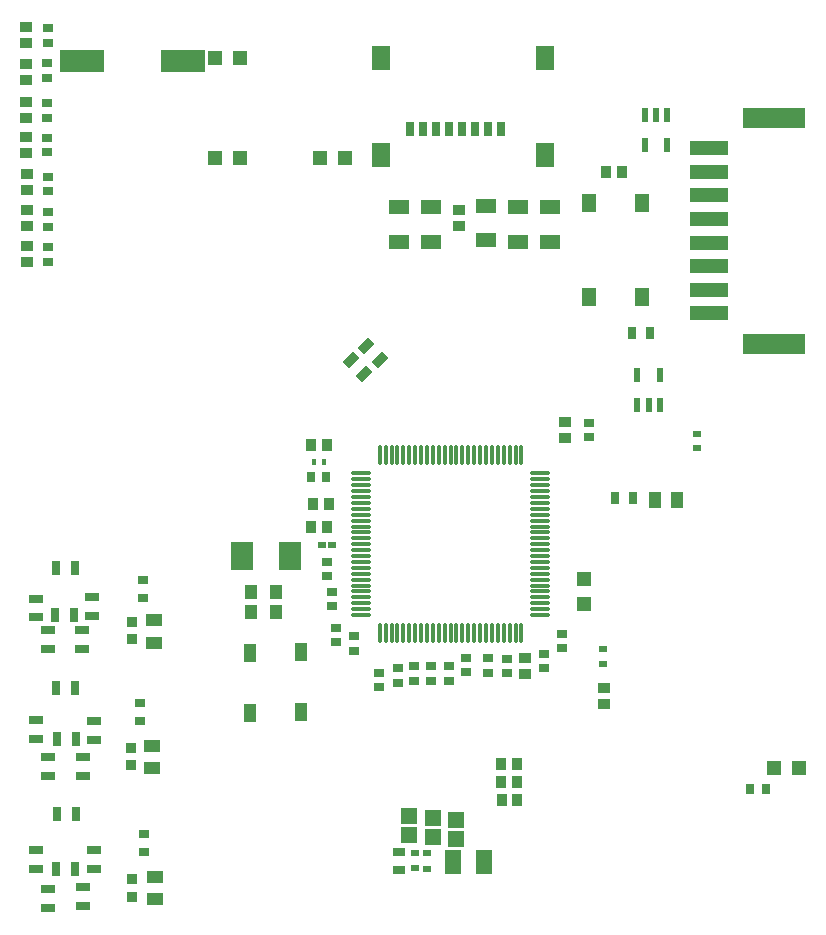
<source format=gtp>
G04*
G04 #@! TF.GenerationSoftware,Altium Limited,Altium Designer,22.11.1 (43)*
G04*
G04 Layer_Color=8421504*
%FSLAX25Y25*%
%MOIN*%
G70*
G04*
G04 #@! TF.SameCoordinates,B9669DE6-A21E-4E6A-9EE2-FAEABAE17C55*
G04*
G04*
G04 #@! TF.FilePolarity,Positive*
G04*
G01*
G75*
%ADD22R,0.02992X0.02047*%
%ADD23R,0.03197X0.02985*%
%ADD24R,0.03937X0.03543*%
G04:AMPARAMS|DCode=25|XSize=49.21mil|YSize=31.5mil|CornerRadius=0mil|HoleSize=0mil|Usage=FLASHONLY|Rotation=45.000|XOffset=0mil|YOffset=0mil|HoleType=Round|Shape=Rectangle|*
%AMROTATEDRECTD25*
4,1,4,-0.00626,-0.02854,-0.02854,-0.00626,0.00626,0.02854,0.02854,0.00626,-0.00626,-0.02854,0.0*
%
%ADD25ROTATEDRECTD25*%

%ADD26R,0.04921X0.03150*%
%ADD27R,0.03150X0.04921*%
%ADD28R,0.03400X0.03100*%
%ADD29R,0.05512X0.04134*%
%ADD30R,0.03591X0.03772*%
%ADD31R,0.04724X0.04724*%
%ADD32R,0.04724X0.04724*%
%ADD33R,0.03150X0.03740*%
%ADD34R,0.03937X0.06299*%
%ADD35R,0.03394X0.02894*%
%ADD36O,0.07087X0.01181*%
%ADD37O,0.01181X0.07087*%
%ADD38R,0.04331X0.04921*%
%ADD39R,0.07480X0.09449*%
%ADD40R,0.02559X0.02362*%
%ADD41R,0.03150X0.03937*%
%ADD42R,0.03963X0.05544*%
%ADD43R,0.02985X0.03197*%
%ADD44R,0.03543X0.03937*%
%ADD45R,0.01575X0.01968*%
%ADD46R,0.03937X0.02953*%
%ADD47R,0.05591X0.08386*%
%ADD48R,0.05709X0.05315*%
%ADD49R,0.04134X0.03543*%
%ADD50R,0.03543X0.02953*%
%ADD51R,0.02362X0.04528*%
%ADD52R,0.07087X0.04528*%
%ADD53R,0.20866X0.06693*%
%ADD54R,0.12598X0.04724*%
%ADD55R,0.05118X0.06102*%
%ADD56R,0.03150X0.04724*%
%ADD57R,0.05906X0.07874*%
%ADD58R,0.14961X0.07677*%
%ADD59R,0.03150X0.02362*%
D22*
X566874Y349262D02*
D03*
Y354183D02*
D03*
D23*
X350000Y472728D02*
D03*
Y477665D02*
D03*
X350394Y484539D02*
D03*
Y489476D02*
D03*
X350395Y434933D02*
D03*
Y439870D02*
D03*
X350395Y423122D02*
D03*
Y428059D02*
D03*
X350000Y447924D02*
D03*
Y452861D02*
D03*
Y459341D02*
D03*
Y464278D02*
D03*
X350395Y416248D02*
D03*
Y411311D02*
D03*
D24*
X342913Y472146D02*
D03*
Y477461D02*
D03*
Y489665D02*
D03*
Y484350D02*
D03*
X343308Y440846D02*
D03*
Y435532D02*
D03*
X343308Y428642D02*
D03*
Y423327D02*
D03*
X342914Y447736D02*
D03*
Y453051D02*
D03*
Y459547D02*
D03*
Y464862D02*
D03*
X343308Y416831D02*
D03*
Y411516D02*
D03*
X487402Y428642D02*
D03*
Y423327D02*
D03*
X509275Y279380D02*
D03*
Y274065D02*
D03*
X522575Y352665D02*
D03*
Y357980D02*
D03*
D25*
X460953Y378875D02*
D03*
X456498Y383330D02*
D03*
X451316Y378605D02*
D03*
X455770Y374151D02*
D03*
D26*
X362205Y246457D02*
D03*
X365748Y251969D02*
D03*
X362205Y202922D02*
D03*
X365748Y208965D02*
D03*
X361811Y288583D02*
D03*
X364961Y293504D02*
D03*
X350394Y246457D02*
D03*
X346457Y252362D02*
D03*
X350394Y202371D02*
D03*
X346457Y208965D02*
D03*
X350394Y288583D02*
D03*
X346457Y292913D02*
D03*
X364961Y299803D02*
D03*
X346457Y299213D02*
D03*
X350394Y282283D02*
D03*
X361811D02*
D03*
X346457Y258661D02*
D03*
X365748Y258268D02*
D03*
X350394Y240158D02*
D03*
X362205D02*
D03*
X365748Y215264D02*
D03*
X346457Y215264D02*
D03*
X362205Y196623D02*
D03*
X350394Y196072D02*
D03*
D27*
X359842Y252362D02*
D03*
X359449Y208965D02*
D03*
X359055Y293701D02*
D03*
X353543Y252362D02*
D03*
X353150Y208965D02*
D03*
X352756Y293701D02*
D03*
X359449Y309449D02*
D03*
X353150D02*
D03*
X359449Y269291D02*
D03*
X353150D02*
D03*
X353543Y227568D02*
D03*
X359842D02*
D03*
D28*
X381890Y305412D02*
D03*
Y299312D02*
D03*
X381102Y264467D02*
D03*
Y258367D02*
D03*
X382283Y214676D02*
D03*
Y220776D02*
D03*
D29*
X385827Y291929D02*
D03*
Y284449D02*
D03*
X385039Y250197D02*
D03*
Y242717D02*
D03*
X386221Y199025D02*
D03*
Y206505D02*
D03*
D30*
X378346Y291445D02*
D03*
Y285720D02*
D03*
X377953Y249319D02*
D03*
Y243595D02*
D03*
X378346Y199903D02*
D03*
Y205627D02*
D03*
D31*
X529134Y305709D02*
D03*
Y297441D02*
D03*
D32*
X414370Y446063D02*
D03*
X406102D02*
D03*
Y479528D02*
D03*
X414370D02*
D03*
X441142Y446063D02*
D03*
X449409D02*
D03*
X592471Y242723D02*
D03*
X600739D02*
D03*
D33*
X589665Y235827D02*
D03*
X584350D02*
D03*
D34*
X434646Y261417D02*
D03*
Y281417D02*
D03*
X417717Y261235D02*
D03*
Y281236D02*
D03*
D35*
X452362Y281829D02*
D03*
Y286675D02*
D03*
X443476Y306699D02*
D03*
Y311545D02*
D03*
X489575Y274601D02*
D03*
Y279446D02*
D03*
X460630Y269624D02*
D03*
Y274470D02*
D03*
X466892Y271224D02*
D03*
Y276069D02*
D03*
X446375Y284600D02*
D03*
Y289446D02*
D03*
X497075Y274500D02*
D03*
Y279346D02*
D03*
X445075Y296600D02*
D03*
Y301446D02*
D03*
X483976Y271900D02*
D03*
Y276746D02*
D03*
X521673Y282601D02*
D03*
Y287446D02*
D03*
X478173Y271900D02*
D03*
Y276746D02*
D03*
X515776Y275998D02*
D03*
Y280844D02*
D03*
X472374Y271900D02*
D03*
Y276746D02*
D03*
D36*
X454850Y333071D02*
D03*
Y295669D02*
D03*
Y340945D02*
D03*
Y337008D02*
D03*
Y335039D02*
D03*
Y309449D02*
D03*
X514299Y293701D02*
D03*
Y295669D02*
D03*
X454850Y338976D02*
D03*
X514299Y297638D02*
D03*
X454850Y319291D02*
D03*
Y317323D02*
D03*
Y307480D02*
D03*
Y297638D02*
D03*
X514299Y325197D02*
D03*
X454850Y313386D02*
D03*
X514299Y307480D02*
D03*
Y309449D02*
D03*
Y311417D02*
D03*
Y313386D02*
D03*
Y315354D02*
D03*
X454850Y331102D02*
D03*
Y329134D02*
D03*
Y327165D02*
D03*
Y325197D02*
D03*
Y323228D02*
D03*
Y321260D02*
D03*
Y315354D02*
D03*
Y311417D02*
D03*
Y305512D02*
D03*
Y303543D02*
D03*
Y301575D02*
D03*
Y299606D02*
D03*
Y293701D02*
D03*
X514299Y299606D02*
D03*
Y301575D02*
D03*
Y303543D02*
D03*
Y305512D02*
D03*
Y317323D02*
D03*
Y319291D02*
D03*
Y321260D02*
D03*
Y323228D02*
D03*
Y327165D02*
D03*
Y329134D02*
D03*
Y331102D02*
D03*
Y333071D02*
D03*
Y335039D02*
D03*
Y337008D02*
D03*
Y338976D02*
D03*
Y340945D02*
D03*
D37*
X484575Y287598D02*
D03*
X472764D02*
D03*
X474732D02*
D03*
X476701D02*
D03*
X478669D02*
D03*
X480638D02*
D03*
X460953D02*
D03*
X466858Y347047D02*
D03*
X464890D02*
D03*
X474732D02*
D03*
X470795D02*
D03*
X468827D02*
D03*
X478669D02*
D03*
X476701D02*
D03*
X504260Y287598D02*
D03*
X466858D02*
D03*
X488512D02*
D03*
X470795D02*
D03*
X492449D02*
D03*
X496386D02*
D03*
X480638Y347047D02*
D03*
X482606D02*
D03*
X486543D02*
D03*
X488512D02*
D03*
X462921Y287598D02*
D03*
X464890D02*
D03*
X468827D02*
D03*
X482606D02*
D03*
X486543D02*
D03*
X490480D02*
D03*
X494417D02*
D03*
X498354D02*
D03*
X500323D02*
D03*
X502291D02*
D03*
X506228D02*
D03*
X508197D02*
D03*
Y347047D02*
D03*
X506228D02*
D03*
X504260D02*
D03*
X502291D02*
D03*
X500323D02*
D03*
X498354D02*
D03*
X496386D02*
D03*
X494417D02*
D03*
X492449D02*
D03*
X490480D02*
D03*
X484575D02*
D03*
X472764D02*
D03*
X462921D02*
D03*
X460953D02*
D03*
D38*
X417975Y301469D02*
D03*
X426475D02*
D03*
X417975Y294776D02*
D03*
X426475D02*
D03*
D39*
X414904Y313323D02*
D03*
X431046D02*
D03*
D40*
X441634Y316929D02*
D03*
X444980D02*
D03*
D41*
X539322Y332723D02*
D03*
X545122Y387823D02*
D03*
X551028D02*
D03*
X545227Y332723D02*
D03*
D42*
X552731Y332123D02*
D03*
X560218D02*
D03*
D43*
X443006Y339773D02*
D03*
X438068D02*
D03*
D44*
X443432Y322923D02*
D03*
X438117D02*
D03*
X443932Y330823D02*
D03*
X438617D02*
D03*
X438080Y350273D02*
D03*
X443395D02*
D03*
X541732Y441437D02*
D03*
X536417D02*
D03*
X506832Y244223D02*
D03*
X501517D02*
D03*
Y238223D02*
D03*
X506832D02*
D03*
X501560Y232223D02*
D03*
X506875D02*
D03*
D45*
X439162Y344873D02*
D03*
X442312D02*
D03*
D46*
X467475Y208670D02*
D03*
Y214576D02*
D03*
D47*
X485236Y211417D02*
D03*
X495866D02*
D03*
D48*
X470875Y220273D02*
D03*
Y226572D02*
D03*
X478875Y219673D02*
D03*
Y225972D02*
D03*
X486475Y219173D02*
D03*
Y225472D02*
D03*
D49*
X535875Y263965D02*
D03*
Y269280D02*
D03*
D50*
X503275Y274361D02*
D03*
Y279085D02*
D03*
X530575Y357685D02*
D03*
Y352961D02*
D03*
D51*
X546835Y373744D02*
D03*
X554315D02*
D03*
Y363902D02*
D03*
X550575D02*
D03*
X546835D02*
D03*
X556815Y450402D02*
D03*
X549335D02*
D03*
Y460244D02*
D03*
X553075D02*
D03*
X556815D02*
D03*
D52*
X517717Y429823D02*
D03*
Y418209D02*
D03*
X467323D02*
D03*
Y429823D02*
D03*
X477953Y418209D02*
D03*
Y429823D02*
D03*
X496457Y430217D02*
D03*
Y418602D02*
D03*
X507087Y429823D02*
D03*
Y418209D02*
D03*
D53*
X592252Y384224D02*
D03*
Y459421D02*
D03*
D54*
X570677Y394264D02*
D03*
Y402138D02*
D03*
Y410012D02*
D03*
Y417886D02*
D03*
Y425760D02*
D03*
Y433634D02*
D03*
Y441508D02*
D03*
Y449382D02*
D03*
D55*
X548433Y430972D02*
D03*
Y399673D02*
D03*
X530717Y430972D02*
D03*
Y399673D02*
D03*
D56*
X501342Y455787D02*
D03*
X497012D02*
D03*
X492681D02*
D03*
X488350D02*
D03*
X484020D02*
D03*
X479689D02*
D03*
X475358D02*
D03*
X471028D02*
D03*
D57*
X461303Y447126D02*
D03*
X515988D02*
D03*
Y479409D02*
D03*
X461303D02*
D03*
D58*
X361614Y478346D02*
D03*
X395276D02*
D03*
D59*
X535433Y277362D02*
D03*
Y282480D02*
D03*
X476775Y214282D02*
D03*
Y209164D02*
D03*
X472775Y214482D02*
D03*
Y209364D02*
D03*
M02*

</source>
